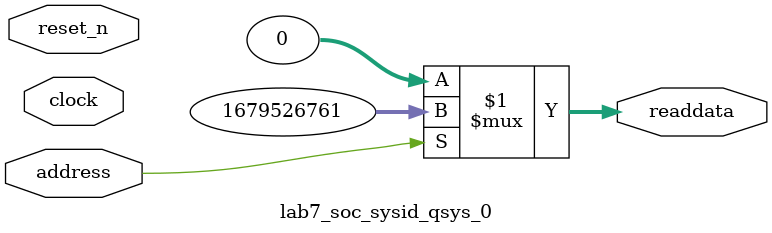
<source format=v>



// synthesis translate_off
`timescale 1ns / 1ps
// synthesis translate_on

// turn off superfluous verilog processor warnings 
// altera message_level Level1 
// altera message_off 10034 10035 10036 10037 10230 10240 10030 

module lab7_soc_sysid_qsys_0 (
               // inputs:
                address,
                clock,
                reset_n,

               // outputs:
                readdata
             )
;

  output  [ 31: 0] readdata;
  input            address;
  input            clock;
  input            reset_n;

  wire    [ 31: 0] readdata;
  //control_slave, which is an e_avalon_slave
  assign readdata = address ? 1679526761 : 0;

endmodule



</source>
